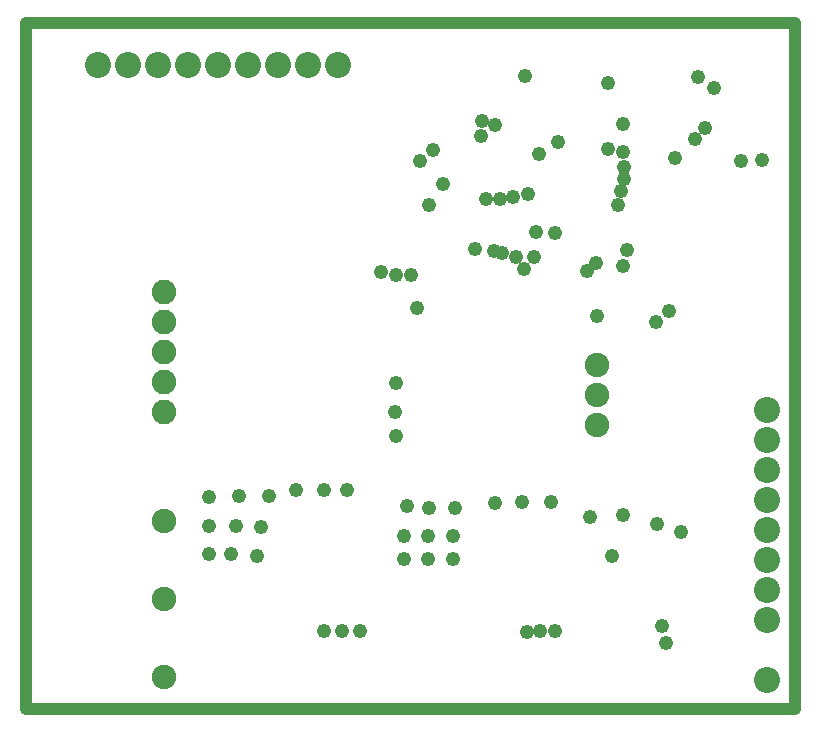
<source format=gbr>
%TF.GenerationSoftware,Altium Limited,Altium Designer,24.6.1 (21)*%
G04 Layer_Physical_Order=2*
G04 Layer_Color=32768*
%FSLAX45Y45*%
%MOMM*%
%TF.SameCoordinates,D96B88A3-C1BF-4694-92A9-412EC26ABF2C*%
%TF.FilePolarity,Negative*%
%TF.FileFunction,Copper,L2,Inr,Plane*%
%TF.Part,Single*%
G01*
G75*
%TA.AperFunction,NonConductor*%
%ADD31C,1.01600*%
%TA.AperFunction,ComponentPad*%
%ADD32C,2.08600*%
%ADD33C,2.06600*%
%ADD34C,2.21600*%
%TA.AperFunction,ViaPad*%
%ADD35C,1.21920*%
D31*
X4457700Y3771900D02*
X10972800D01*
Y9575800D01*
X4457700Y9575799D02*
X10972800Y9575800D01*
X4457700Y3771900D02*
Y9575799D01*
D32*
X5626100Y6286500D02*
D03*
Y6540500D02*
D03*
Y6794500D02*
D03*
Y7048500D02*
D03*
Y7302500D02*
D03*
D33*
Y4038600D02*
D03*
Y5359400D02*
D03*
Y4699000D02*
D03*
X9296400Y6680200D02*
D03*
Y6426200D02*
D03*
Y6172200D02*
D03*
D34*
X10731500Y6299200D02*
D03*
Y6045200D02*
D03*
Y5791200D02*
D03*
Y5537200D02*
D03*
Y5283200D02*
D03*
Y5029200D02*
D03*
Y4775200D02*
D03*
Y4521200D02*
D03*
Y4013200D02*
D03*
X7099300Y9220200D02*
D03*
X6845300D02*
D03*
X6591300D02*
D03*
X6337300D02*
D03*
X6083300D02*
D03*
X5829300D02*
D03*
X5575300D02*
D03*
X5321300D02*
D03*
X5067300D02*
D03*
D35*
X7289800Y4432300D02*
D03*
X10007600Y5270500D02*
D03*
X9842500Y4470400D02*
D03*
X7467600Y7467600D02*
D03*
X6985000Y4432300D02*
D03*
X8077200Y5232400D02*
D03*
X7861300D02*
D03*
X7658100D02*
D03*
X8077200Y5041900D02*
D03*
X7861300D02*
D03*
X7658100D02*
D03*
X8089900Y5473700D02*
D03*
X7874000D02*
D03*
X7683500Y5486400D02*
D03*
X8902700Y5524500D02*
D03*
X8661400D02*
D03*
X8432800Y5511800D02*
D03*
X9423400Y5067300D02*
D03*
X7175500Y5626100D02*
D03*
X6985000D02*
D03*
X6743700D02*
D03*
X6197600Y5080000D02*
D03*
X6451600Y5308600D02*
D03*
X6235700Y5321300D02*
D03*
X6007100D02*
D03*
X6413500Y5067300D02*
D03*
X8674100Y7493000D02*
D03*
X8420100Y7646246D02*
D03*
X7988300Y8216900D02*
D03*
X8470900Y8089900D02*
D03*
X8357051Y8089449D02*
D03*
X8801100Y8470900D02*
D03*
X8966200Y8572500D02*
D03*
X8432800Y8712200D02*
D03*
X9512300Y7518400D02*
D03*
X9550400Y7658100D02*
D03*
X9499600Y8153400D02*
D03*
X9525000Y8255000D02*
D03*
X8313100Y8623300D02*
D03*
X9519654Y8717546D02*
D03*
X8494801Y7631720D02*
D03*
X7594600Y6083300D02*
D03*
X7721600Y7442200D02*
D03*
X7594600D02*
D03*
X7874000Y8039100D02*
D03*
X8686800Y9131300D02*
D03*
X7589161Y6284990D02*
D03*
X7594600Y6527800D02*
D03*
X9956800Y8432800D02*
D03*
X7772400Y7162800D02*
D03*
X9385300Y9067800D02*
D03*
X7905197Y8503203D02*
D03*
X10515600Y8407400D02*
D03*
X10121900Y8597900D02*
D03*
X10147300Y9118600D02*
D03*
X10287000Y9029700D02*
D03*
X10210800Y8686800D02*
D03*
X10693400Y8420100D02*
D03*
X9906000Y7137400D02*
D03*
X9804400Y5334000D02*
D03*
X9791700Y7048500D02*
D03*
X9296400Y7099300D02*
D03*
X9880600Y4330700D02*
D03*
X9232900Y5397500D02*
D03*
X9512300Y5410200D02*
D03*
X8712200Y8128000D02*
D03*
X8585200Y8102600D02*
D03*
X8775700Y7810500D02*
D03*
X8940800Y7797800D02*
D03*
X7797800Y8407400D02*
D03*
X8318500Y8750300D02*
D03*
X8813800Y4432300D02*
D03*
X8699500Y4419600D02*
D03*
X8940800Y4432300D02*
D03*
X9385300Y8509000D02*
D03*
X9525000Y8356600D02*
D03*
X9512300Y8483600D02*
D03*
X9473000Y8039100D02*
D03*
X9290874Y7547314D02*
D03*
X9207500Y7480300D02*
D03*
X8260440Y7665359D02*
D03*
X8610600Y7593400D02*
D03*
X8760504Y7591921D02*
D03*
X7137400Y4432300D02*
D03*
X6007100Y5080000D02*
D03*
Y5562600D02*
D03*
X6515100Y5575300D02*
D03*
X6261100D02*
D03*
%TF.MD5,7ed2803b75986e990d2e6ffe776a26c3*%
M02*

</source>
